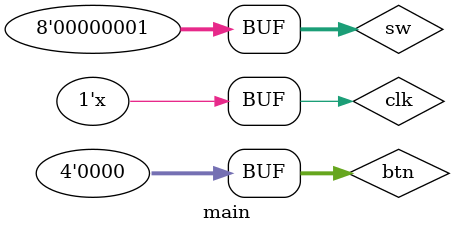
<source format=v>
module main;

    /* 
     * Main module for CPU.  Contains the CPU module and connects it to other simulated hardware devices.
     */
    
    reg clk = 0;
    always #5 clk = !clk;
    
    always @(negedge clk)
        $display("-----");
    
    wire [7:0] sw;
    assign sw = 8'b00000001;
    
    wire [3:0] btn;
    assign btn = 4'b0000;
    
    wire [7:0] led;
    wire [3:0] an;
    wire dp;
    wire [6:0] seg;
    
    machine machine(clk, sw, btn, led, an, dp, seg);
    
    always @(led) begin
        //$display("led %b", led);
    end
 
endmodule

</source>
